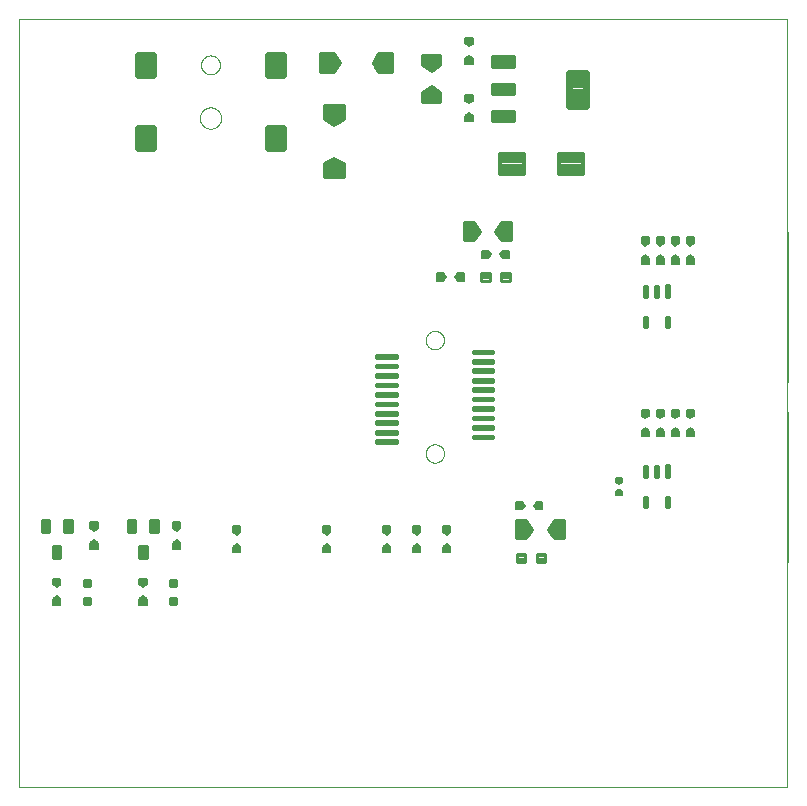
<source format=gtp>
G75*
%MOIN*%
%OFA0B0*%
%FSLAX25Y25*%
%IPPOS*%
%LPD*%
%AMOC8*
5,1,8,0,0,1.08239X$1,22.5*
%
%ADD10C,0.00000*%
%ADD11C,0.00886*%
%ADD12C,0.01200*%
%ADD13C,0.00500*%
%ADD14C,0.01063*%
%ADD15C,0.00974*%
%ADD16C,0.01451*%
%ADD17C,0.02182*%
%ADD18C,0.01296*%
%ADD19C,0.02418*%
%ADD20C,0.00850*%
D10*
X0027667Y0001800D02*
X0027667Y0257706D01*
X0283573Y0257706D01*
X0283573Y0001800D01*
X0027667Y0001800D01*
X0163160Y0112902D02*
X0163162Y0113012D01*
X0163168Y0113122D01*
X0163178Y0113232D01*
X0163192Y0113341D01*
X0163210Y0113450D01*
X0163231Y0113558D01*
X0163257Y0113665D01*
X0163286Y0113771D01*
X0163320Y0113876D01*
X0163357Y0113980D01*
X0163398Y0114082D01*
X0163442Y0114183D01*
X0163490Y0114282D01*
X0163542Y0114380D01*
X0163597Y0114475D01*
X0163655Y0114568D01*
X0163717Y0114659D01*
X0163782Y0114748D01*
X0163850Y0114835D01*
X0163922Y0114919D01*
X0163996Y0115000D01*
X0164073Y0115079D01*
X0164153Y0115155D01*
X0164236Y0115227D01*
X0164321Y0115297D01*
X0164409Y0115364D01*
X0164499Y0115427D01*
X0164591Y0115487D01*
X0164685Y0115544D01*
X0164782Y0115598D01*
X0164880Y0115647D01*
X0164980Y0115694D01*
X0165082Y0115736D01*
X0165185Y0115775D01*
X0165289Y0115810D01*
X0165395Y0115842D01*
X0165501Y0115869D01*
X0165609Y0115893D01*
X0165717Y0115913D01*
X0165826Y0115929D01*
X0165936Y0115941D01*
X0166046Y0115949D01*
X0166156Y0115953D01*
X0166266Y0115953D01*
X0166376Y0115949D01*
X0166486Y0115941D01*
X0166596Y0115929D01*
X0166705Y0115913D01*
X0166813Y0115893D01*
X0166921Y0115869D01*
X0167027Y0115842D01*
X0167133Y0115810D01*
X0167237Y0115775D01*
X0167340Y0115736D01*
X0167442Y0115694D01*
X0167542Y0115647D01*
X0167640Y0115598D01*
X0167736Y0115544D01*
X0167831Y0115487D01*
X0167923Y0115427D01*
X0168013Y0115364D01*
X0168101Y0115297D01*
X0168186Y0115227D01*
X0168269Y0115155D01*
X0168349Y0115079D01*
X0168426Y0115000D01*
X0168500Y0114919D01*
X0168572Y0114835D01*
X0168640Y0114748D01*
X0168705Y0114659D01*
X0168767Y0114568D01*
X0168825Y0114475D01*
X0168880Y0114380D01*
X0168932Y0114282D01*
X0168980Y0114183D01*
X0169024Y0114082D01*
X0169065Y0113980D01*
X0169102Y0113876D01*
X0169136Y0113771D01*
X0169165Y0113665D01*
X0169191Y0113558D01*
X0169212Y0113450D01*
X0169230Y0113341D01*
X0169244Y0113232D01*
X0169254Y0113122D01*
X0169260Y0113012D01*
X0169262Y0112902D01*
X0169260Y0112792D01*
X0169254Y0112682D01*
X0169244Y0112572D01*
X0169230Y0112463D01*
X0169212Y0112354D01*
X0169191Y0112246D01*
X0169165Y0112139D01*
X0169136Y0112033D01*
X0169102Y0111928D01*
X0169065Y0111824D01*
X0169024Y0111722D01*
X0168980Y0111621D01*
X0168932Y0111522D01*
X0168880Y0111424D01*
X0168825Y0111329D01*
X0168767Y0111236D01*
X0168705Y0111145D01*
X0168640Y0111056D01*
X0168572Y0110969D01*
X0168500Y0110885D01*
X0168426Y0110804D01*
X0168349Y0110725D01*
X0168269Y0110649D01*
X0168186Y0110577D01*
X0168101Y0110507D01*
X0168013Y0110440D01*
X0167923Y0110377D01*
X0167831Y0110317D01*
X0167737Y0110260D01*
X0167640Y0110206D01*
X0167542Y0110157D01*
X0167442Y0110110D01*
X0167340Y0110068D01*
X0167237Y0110029D01*
X0167133Y0109994D01*
X0167027Y0109962D01*
X0166921Y0109935D01*
X0166813Y0109911D01*
X0166705Y0109891D01*
X0166596Y0109875D01*
X0166486Y0109863D01*
X0166376Y0109855D01*
X0166266Y0109851D01*
X0166156Y0109851D01*
X0166046Y0109855D01*
X0165936Y0109863D01*
X0165826Y0109875D01*
X0165717Y0109891D01*
X0165609Y0109911D01*
X0165501Y0109935D01*
X0165395Y0109962D01*
X0165289Y0109994D01*
X0165185Y0110029D01*
X0165082Y0110068D01*
X0164980Y0110110D01*
X0164880Y0110157D01*
X0164782Y0110206D01*
X0164685Y0110260D01*
X0164591Y0110317D01*
X0164499Y0110377D01*
X0164409Y0110440D01*
X0164321Y0110507D01*
X0164236Y0110577D01*
X0164153Y0110649D01*
X0164073Y0110725D01*
X0163996Y0110804D01*
X0163922Y0110885D01*
X0163850Y0110969D01*
X0163782Y0111056D01*
X0163717Y0111145D01*
X0163655Y0111236D01*
X0163597Y0111329D01*
X0163542Y0111424D01*
X0163490Y0111522D01*
X0163442Y0111621D01*
X0163398Y0111722D01*
X0163357Y0111824D01*
X0163320Y0111928D01*
X0163286Y0112033D01*
X0163257Y0112139D01*
X0163231Y0112246D01*
X0163210Y0112354D01*
X0163192Y0112463D01*
X0163178Y0112572D01*
X0163168Y0112682D01*
X0163162Y0112792D01*
X0163160Y0112902D01*
X0163160Y0150698D02*
X0163162Y0150808D01*
X0163168Y0150918D01*
X0163178Y0151028D01*
X0163192Y0151137D01*
X0163210Y0151246D01*
X0163231Y0151354D01*
X0163257Y0151461D01*
X0163286Y0151567D01*
X0163320Y0151672D01*
X0163357Y0151776D01*
X0163398Y0151878D01*
X0163442Y0151979D01*
X0163490Y0152078D01*
X0163542Y0152176D01*
X0163597Y0152271D01*
X0163655Y0152364D01*
X0163717Y0152455D01*
X0163782Y0152544D01*
X0163850Y0152631D01*
X0163922Y0152715D01*
X0163996Y0152796D01*
X0164073Y0152875D01*
X0164153Y0152951D01*
X0164236Y0153023D01*
X0164321Y0153093D01*
X0164409Y0153160D01*
X0164499Y0153223D01*
X0164591Y0153283D01*
X0164685Y0153340D01*
X0164782Y0153394D01*
X0164880Y0153443D01*
X0164980Y0153490D01*
X0165082Y0153532D01*
X0165185Y0153571D01*
X0165289Y0153606D01*
X0165395Y0153638D01*
X0165501Y0153665D01*
X0165609Y0153689D01*
X0165717Y0153709D01*
X0165826Y0153725D01*
X0165936Y0153737D01*
X0166046Y0153745D01*
X0166156Y0153749D01*
X0166266Y0153749D01*
X0166376Y0153745D01*
X0166486Y0153737D01*
X0166596Y0153725D01*
X0166705Y0153709D01*
X0166813Y0153689D01*
X0166921Y0153665D01*
X0167027Y0153638D01*
X0167133Y0153606D01*
X0167237Y0153571D01*
X0167340Y0153532D01*
X0167442Y0153490D01*
X0167542Y0153443D01*
X0167640Y0153394D01*
X0167736Y0153340D01*
X0167831Y0153283D01*
X0167923Y0153223D01*
X0168013Y0153160D01*
X0168101Y0153093D01*
X0168186Y0153023D01*
X0168269Y0152951D01*
X0168349Y0152875D01*
X0168426Y0152796D01*
X0168500Y0152715D01*
X0168572Y0152631D01*
X0168640Y0152544D01*
X0168705Y0152455D01*
X0168767Y0152364D01*
X0168825Y0152271D01*
X0168880Y0152176D01*
X0168932Y0152078D01*
X0168980Y0151979D01*
X0169024Y0151878D01*
X0169065Y0151776D01*
X0169102Y0151672D01*
X0169136Y0151567D01*
X0169165Y0151461D01*
X0169191Y0151354D01*
X0169212Y0151246D01*
X0169230Y0151137D01*
X0169244Y0151028D01*
X0169254Y0150918D01*
X0169260Y0150808D01*
X0169262Y0150698D01*
X0169260Y0150588D01*
X0169254Y0150478D01*
X0169244Y0150368D01*
X0169230Y0150259D01*
X0169212Y0150150D01*
X0169191Y0150042D01*
X0169165Y0149935D01*
X0169136Y0149829D01*
X0169102Y0149724D01*
X0169065Y0149620D01*
X0169024Y0149518D01*
X0168980Y0149417D01*
X0168932Y0149318D01*
X0168880Y0149220D01*
X0168825Y0149125D01*
X0168767Y0149032D01*
X0168705Y0148941D01*
X0168640Y0148852D01*
X0168572Y0148765D01*
X0168500Y0148681D01*
X0168426Y0148600D01*
X0168349Y0148521D01*
X0168269Y0148445D01*
X0168186Y0148373D01*
X0168101Y0148303D01*
X0168013Y0148236D01*
X0167923Y0148173D01*
X0167831Y0148113D01*
X0167737Y0148056D01*
X0167640Y0148002D01*
X0167542Y0147953D01*
X0167442Y0147906D01*
X0167340Y0147864D01*
X0167237Y0147825D01*
X0167133Y0147790D01*
X0167027Y0147758D01*
X0166921Y0147731D01*
X0166813Y0147707D01*
X0166705Y0147687D01*
X0166596Y0147671D01*
X0166486Y0147659D01*
X0166376Y0147651D01*
X0166266Y0147647D01*
X0166156Y0147647D01*
X0166046Y0147651D01*
X0165936Y0147659D01*
X0165826Y0147671D01*
X0165717Y0147687D01*
X0165609Y0147707D01*
X0165501Y0147731D01*
X0165395Y0147758D01*
X0165289Y0147790D01*
X0165185Y0147825D01*
X0165082Y0147864D01*
X0164980Y0147906D01*
X0164880Y0147953D01*
X0164782Y0148002D01*
X0164685Y0148056D01*
X0164591Y0148113D01*
X0164499Y0148173D01*
X0164409Y0148236D01*
X0164321Y0148303D01*
X0164236Y0148373D01*
X0164153Y0148445D01*
X0164073Y0148521D01*
X0163996Y0148600D01*
X0163922Y0148681D01*
X0163850Y0148765D01*
X0163782Y0148852D01*
X0163717Y0148941D01*
X0163655Y0149032D01*
X0163597Y0149125D01*
X0163542Y0149220D01*
X0163490Y0149318D01*
X0163442Y0149417D01*
X0163398Y0149518D01*
X0163357Y0149620D01*
X0163320Y0149724D01*
X0163286Y0149829D01*
X0163257Y0149935D01*
X0163231Y0150042D01*
X0163210Y0150150D01*
X0163192Y0150259D01*
X0163178Y0150368D01*
X0163168Y0150478D01*
X0163162Y0150588D01*
X0163160Y0150698D01*
X0087874Y0224713D02*
X0087876Y0224831D01*
X0087882Y0224950D01*
X0087892Y0225068D01*
X0087906Y0225185D01*
X0087923Y0225302D01*
X0087945Y0225419D01*
X0087971Y0225534D01*
X0088000Y0225649D01*
X0088033Y0225763D01*
X0088070Y0225875D01*
X0088111Y0225986D01*
X0088155Y0226096D01*
X0088203Y0226204D01*
X0088255Y0226311D01*
X0088310Y0226416D01*
X0088369Y0226519D01*
X0088431Y0226619D01*
X0088496Y0226718D01*
X0088565Y0226815D01*
X0088636Y0226909D01*
X0088711Y0227000D01*
X0088789Y0227090D01*
X0088870Y0227176D01*
X0088954Y0227260D01*
X0089040Y0227341D01*
X0089130Y0227419D01*
X0089221Y0227494D01*
X0089315Y0227565D01*
X0089412Y0227634D01*
X0089511Y0227699D01*
X0089611Y0227761D01*
X0089714Y0227820D01*
X0089819Y0227875D01*
X0089926Y0227927D01*
X0090034Y0227975D01*
X0090144Y0228019D01*
X0090255Y0228060D01*
X0090367Y0228097D01*
X0090481Y0228130D01*
X0090596Y0228159D01*
X0090711Y0228185D01*
X0090828Y0228207D01*
X0090945Y0228224D01*
X0091062Y0228238D01*
X0091180Y0228248D01*
X0091299Y0228254D01*
X0091417Y0228256D01*
X0091535Y0228254D01*
X0091654Y0228248D01*
X0091772Y0228238D01*
X0091889Y0228224D01*
X0092006Y0228207D01*
X0092123Y0228185D01*
X0092238Y0228159D01*
X0092353Y0228130D01*
X0092467Y0228097D01*
X0092579Y0228060D01*
X0092690Y0228019D01*
X0092800Y0227975D01*
X0092908Y0227927D01*
X0093015Y0227875D01*
X0093120Y0227820D01*
X0093223Y0227761D01*
X0093323Y0227699D01*
X0093422Y0227634D01*
X0093519Y0227565D01*
X0093613Y0227494D01*
X0093704Y0227419D01*
X0093794Y0227341D01*
X0093880Y0227260D01*
X0093964Y0227176D01*
X0094045Y0227090D01*
X0094123Y0227000D01*
X0094198Y0226909D01*
X0094269Y0226815D01*
X0094338Y0226718D01*
X0094403Y0226619D01*
X0094465Y0226519D01*
X0094524Y0226416D01*
X0094579Y0226311D01*
X0094631Y0226204D01*
X0094679Y0226096D01*
X0094723Y0225986D01*
X0094764Y0225875D01*
X0094801Y0225763D01*
X0094834Y0225649D01*
X0094863Y0225534D01*
X0094889Y0225419D01*
X0094911Y0225302D01*
X0094928Y0225185D01*
X0094942Y0225068D01*
X0094952Y0224950D01*
X0094958Y0224831D01*
X0094960Y0224713D01*
X0094958Y0224595D01*
X0094952Y0224476D01*
X0094942Y0224358D01*
X0094928Y0224241D01*
X0094911Y0224124D01*
X0094889Y0224007D01*
X0094863Y0223892D01*
X0094834Y0223777D01*
X0094801Y0223663D01*
X0094764Y0223551D01*
X0094723Y0223440D01*
X0094679Y0223330D01*
X0094631Y0223222D01*
X0094579Y0223115D01*
X0094524Y0223010D01*
X0094465Y0222907D01*
X0094403Y0222807D01*
X0094338Y0222708D01*
X0094269Y0222611D01*
X0094198Y0222517D01*
X0094123Y0222426D01*
X0094045Y0222336D01*
X0093964Y0222250D01*
X0093880Y0222166D01*
X0093794Y0222085D01*
X0093704Y0222007D01*
X0093613Y0221932D01*
X0093519Y0221861D01*
X0093422Y0221792D01*
X0093323Y0221727D01*
X0093223Y0221665D01*
X0093120Y0221606D01*
X0093015Y0221551D01*
X0092908Y0221499D01*
X0092800Y0221451D01*
X0092690Y0221407D01*
X0092579Y0221366D01*
X0092467Y0221329D01*
X0092353Y0221296D01*
X0092238Y0221267D01*
X0092123Y0221241D01*
X0092006Y0221219D01*
X0091889Y0221202D01*
X0091772Y0221188D01*
X0091654Y0221178D01*
X0091535Y0221172D01*
X0091417Y0221170D01*
X0091299Y0221172D01*
X0091180Y0221178D01*
X0091062Y0221188D01*
X0090945Y0221202D01*
X0090828Y0221219D01*
X0090711Y0221241D01*
X0090596Y0221267D01*
X0090481Y0221296D01*
X0090367Y0221329D01*
X0090255Y0221366D01*
X0090144Y0221407D01*
X0090034Y0221451D01*
X0089926Y0221499D01*
X0089819Y0221551D01*
X0089714Y0221606D01*
X0089611Y0221665D01*
X0089511Y0221727D01*
X0089412Y0221792D01*
X0089315Y0221861D01*
X0089221Y0221932D01*
X0089130Y0222007D01*
X0089040Y0222085D01*
X0088954Y0222166D01*
X0088870Y0222250D01*
X0088789Y0222336D01*
X0088711Y0222426D01*
X0088636Y0222517D01*
X0088565Y0222611D01*
X0088496Y0222708D01*
X0088431Y0222807D01*
X0088369Y0222907D01*
X0088310Y0223010D01*
X0088255Y0223115D01*
X0088203Y0223222D01*
X0088155Y0223330D01*
X0088111Y0223440D01*
X0088070Y0223551D01*
X0088033Y0223663D01*
X0088000Y0223777D01*
X0087971Y0223892D01*
X0087945Y0224007D01*
X0087923Y0224124D01*
X0087906Y0224241D01*
X0087892Y0224358D01*
X0087882Y0224476D01*
X0087876Y0224595D01*
X0087874Y0224713D01*
X0088267Y0242430D02*
X0088269Y0242542D01*
X0088275Y0242653D01*
X0088285Y0242765D01*
X0088299Y0242876D01*
X0088316Y0242986D01*
X0088338Y0243096D01*
X0088364Y0243205D01*
X0088393Y0243313D01*
X0088426Y0243419D01*
X0088463Y0243525D01*
X0088504Y0243629D01*
X0088549Y0243732D01*
X0088597Y0243833D01*
X0088648Y0243932D01*
X0088703Y0244029D01*
X0088762Y0244124D01*
X0088823Y0244218D01*
X0088888Y0244309D01*
X0088957Y0244397D01*
X0089028Y0244483D01*
X0089102Y0244567D01*
X0089180Y0244647D01*
X0089260Y0244725D01*
X0089343Y0244801D01*
X0089428Y0244873D01*
X0089516Y0244942D01*
X0089606Y0245008D01*
X0089699Y0245070D01*
X0089794Y0245130D01*
X0089891Y0245186D01*
X0089989Y0245238D01*
X0090090Y0245287D01*
X0090192Y0245332D01*
X0090296Y0245374D01*
X0090401Y0245412D01*
X0090508Y0245446D01*
X0090615Y0245476D01*
X0090724Y0245503D01*
X0090833Y0245525D01*
X0090944Y0245544D01*
X0091054Y0245559D01*
X0091166Y0245570D01*
X0091277Y0245577D01*
X0091389Y0245580D01*
X0091501Y0245579D01*
X0091613Y0245574D01*
X0091724Y0245565D01*
X0091835Y0245552D01*
X0091946Y0245535D01*
X0092056Y0245515D01*
X0092165Y0245490D01*
X0092273Y0245462D01*
X0092380Y0245429D01*
X0092486Y0245393D01*
X0092590Y0245353D01*
X0092693Y0245310D01*
X0092795Y0245263D01*
X0092894Y0245212D01*
X0092992Y0245158D01*
X0093088Y0245100D01*
X0093182Y0245039D01*
X0093273Y0244975D01*
X0093362Y0244908D01*
X0093449Y0244837D01*
X0093533Y0244763D01*
X0093615Y0244687D01*
X0093693Y0244607D01*
X0093769Y0244525D01*
X0093842Y0244440D01*
X0093912Y0244353D01*
X0093978Y0244263D01*
X0094042Y0244171D01*
X0094102Y0244077D01*
X0094159Y0243981D01*
X0094212Y0243882D01*
X0094262Y0243782D01*
X0094308Y0243681D01*
X0094351Y0243577D01*
X0094390Y0243472D01*
X0094425Y0243366D01*
X0094456Y0243259D01*
X0094484Y0243150D01*
X0094507Y0243041D01*
X0094527Y0242931D01*
X0094543Y0242820D01*
X0094555Y0242709D01*
X0094563Y0242598D01*
X0094567Y0242486D01*
X0094567Y0242374D01*
X0094563Y0242262D01*
X0094555Y0242151D01*
X0094543Y0242040D01*
X0094527Y0241929D01*
X0094507Y0241819D01*
X0094484Y0241710D01*
X0094456Y0241601D01*
X0094425Y0241494D01*
X0094390Y0241388D01*
X0094351Y0241283D01*
X0094308Y0241179D01*
X0094262Y0241078D01*
X0094212Y0240978D01*
X0094159Y0240879D01*
X0094102Y0240783D01*
X0094042Y0240689D01*
X0093978Y0240597D01*
X0093912Y0240507D01*
X0093842Y0240420D01*
X0093769Y0240335D01*
X0093693Y0240253D01*
X0093615Y0240173D01*
X0093533Y0240097D01*
X0093449Y0240023D01*
X0093362Y0239952D01*
X0093273Y0239885D01*
X0093182Y0239821D01*
X0093088Y0239760D01*
X0092992Y0239702D01*
X0092894Y0239648D01*
X0092795Y0239597D01*
X0092693Y0239550D01*
X0092590Y0239507D01*
X0092486Y0239467D01*
X0092380Y0239431D01*
X0092273Y0239398D01*
X0092165Y0239370D01*
X0092056Y0239345D01*
X0091946Y0239325D01*
X0091835Y0239308D01*
X0091724Y0239295D01*
X0091613Y0239286D01*
X0091501Y0239281D01*
X0091389Y0239280D01*
X0091277Y0239283D01*
X0091166Y0239290D01*
X0091054Y0239301D01*
X0090944Y0239316D01*
X0090833Y0239335D01*
X0090724Y0239357D01*
X0090615Y0239384D01*
X0090508Y0239414D01*
X0090401Y0239448D01*
X0090296Y0239486D01*
X0090192Y0239528D01*
X0090090Y0239573D01*
X0089989Y0239622D01*
X0089891Y0239674D01*
X0089794Y0239730D01*
X0089699Y0239790D01*
X0089606Y0239852D01*
X0089516Y0239918D01*
X0089428Y0239987D01*
X0089343Y0240059D01*
X0089260Y0240135D01*
X0089180Y0240213D01*
X0089102Y0240293D01*
X0089028Y0240377D01*
X0088957Y0240463D01*
X0088888Y0240551D01*
X0088823Y0240642D01*
X0088762Y0240736D01*
X0088703Y0240831D01*
X0088648Y0240928D01*
X0088597Y0241027D01*
X0088549Y0241128D01*
X0088504Y0241231D01*
X0088463Y0241335D01*
X0088426Y0241441D01*
X0088393Y0241547D01*
X0088364Y0241655D01*
X0088338Y0241764D01*
X0088316Y0241874D01*
X0088299Y0241984D01*
X0088285Y0242095D01*
X0088275Y0242207D01*
X0088269Y0242318D01*
X0088267Y0242430D01*
X0283917Y0186800D02*
X0283917Y0136800D01*
X0283917Y0126800D02*
X0283917Y0076800D01*
D11*
X0185747Y0117971D02*
X0178957Y0117971D01*
X0178957Y0118857D01*
X0185747Y0118857D01*
X0185747Y0117971D01*
X0185747Y0118856D02*
X0178957Y0118856D01*
X0178957Y0121121D02*
X0185747Y0121121D01*
X0178957Y0121121D02*
X0178957Y0122007D01*
X0185747Y0122007D01*
X0185747Y0121121D01*
X0185747Y0122006D02*
X0178957Y0122006D01*
X0178957Y0124270D02*
X0185747Y0124270D01*
X0178957Y0124270D02*
X0178957Y0125156D01*
X0185747Y0125156D01*
X0185747Y0124270D01*
X0185747Y0125155D02*
X0178957Y0125155D01*
X0178957Y0127420D02*
X0185747Y0127420D01*
X0178957Y0127420D02*
X0178957Y0128306D01*
X0185747Y0128306D01*
X0185747Y0127420D01*
X0185747Y0128305D02*
X0178957Y0128305D01*
X0178957Y0130570D02*
X0185747Y0130570D01*
X0178957Y0130570D02*
X0178957Y0131456D01*
X0185747Y0131456D01*
X0185747Y0130570D01*
X0185747Y0131455D02*
X0178957Y0131455D01*
X0178957Y0133719D02*
X0185747Y0133719D01*
X0178957Y0133719D02*
X0178957Y0134605D01*
X0185747Y0134605D01*
X0185747Y0133719D01*
X0185747Y0134604D02*
X0178957Y0134604D01*
X0178957Y0136869D02*
X0185747Y0136869D01*
X0178957Y0136869D02*
X0178957Y0137755D01*
X0185747Y0137755D01*
X0185747Y0136869D01*
X0185747Y0137754D02*
X0178957Y0137754D01*
X0178957Y0140018D02*
X0185747Y0140018D01*
X0178957Y0140018D02*
X0178957Y0140904D01*
X0185747Y0140904D01*
X0185747Y0140018D01*
X0185747Y0140903D02*
X0178957Y0140903D01*
X0178957Y0143168D02*
X0185747Y0143168D01*
X0178957Y0143168D02*
X0178957Y0144054D01*
X0185747Y0144054D01*
X0185747Y0143168D01*
X0185747Y0144053D02*
X0178957Y0144053D01*
X0178957Y0146318D02*
X0185747Y0146318D01*
X0178957Y0146318D02*
X0178957Y0147204D01*
X0185747Y0147204D01*
X0185747Y0146318D01*
X0185747Y0147203D02*
X0178957Y0147203D01*
X0153464Y0144743D02*
X0146674Y0144743D01*
X0146674Y0145629D01*
X0153464Y0145629D01*
X0153464Y0144743D01*
X0153464Y0145628D02*
X0146674Y0145628D01*
X0146674Y0141593D02*
X0153464Y0141593D01*
X0146674Y0141593D02*
X0146674Y0142479D01*
X0153464Y0142479D01*
X0153464Y0141593D01*
X0153464Y0142478D02*
X0146674Y0142478D01*
X0146674Y0138444D02*
X0153464Y0138444D01*
X0146674Y0138444D02*
X0146674Y0139330D01*
X0153464Y0139330D01*
X0153464Y0138444D01*
X0153464Y0139329D02*
X0146674Y0139329D01*
X0146674Y0135294D02*
X0153464Y0135294D01*
X0146674Y0135294D02*
X0146674Y0136180D01*
X0153464Y0136180D01*
X0153464Y0135294D01*
X0153464Y0136179D02*
X0146674Y0136179D01*
X0146674Y0132144D02*
X0153464Y0132144D01*
X0146674Y0132144D02*
X0146674Y0133030D01*
X0153464Y0133030D01*
X0153464Y0132144D01*
X0153464Y0133029D02*
X0146674Y0133029D01*
X0146674Y0128995D02*
X0153464Y0128995D01*
X0146674Y0128995D02*
X0146674Y0129881D01*
X0153464Y0129881D01*
X0153464Y0128995D01*
X0153464Y0129880D02*
X0146674Y0129880D01*
X0146674Y0125845D02*
X0153464Y0125845D01*
X0146674Y0125845D02*
X0146674Y0126731D01*
X0153464Y0126731D01*
X0153464Y0125845D01*
X0153464Y0126730D02*
X0146674Y0126730D01*
X0146674Y0122696D02*
X0153464Y0122696D01*
X0146674Y0122696D02*
X0146674Y0123582D01*
X0153464Y0123582D01*
X0153464Y0122696D01*
X0153464Y0123581D02*
X0146674Y0123581D01*
X0146674Y0119546D02*
X0153464Y0119546D01*
X0146674Y0119546D02*
X0146674Y0120432D01*
X0153464Y0120432D01*
X0153464Y0119546D01*
X0153464Y0120431D02*
X0146674Y0120431D01*
X0146674Y0116396D02*
X0153464Y0116396D01*
X0146674Y0116396D02*
X0146674Y0117282D01*
X0153464Y0117282D01*
X0153464Y0116396D01*
X0153464Y0117281D02*
X0146674Y0117281D01*
D12*
X0193605Y0090237D02*
X0193605Y0084613D01*
X0196730Y0084613D01*
X0198605Y0087425D01*
X0196730Y0090237D01*
X0193605Y0090237D01*
X0193605Y0089291D02*
X0197361Y0089291D01*
X0198160Y0088093D02*
X0193605Y0088093D01*
X0193605Y0086894D02*
X0198251Y0086894D01*
X0197452Y0085696D02*
X0193605Y0085696D01*
X0204230Y0087425D02*
X0206105Y0084613D01*
X0209230Y0084613D01*
X0209230Y0090237D01*
X0206105Y0090237D01*
X0204230Y0087425D01*
X0204584Y0086894D02*
X0209230Y0086894D01*
X0209230Y0085696D02*
X0205383Y0085696D01*
X0204675Y0088093D02*
X0209230Y0088093D01*
X0209230Y0089291D02*
X0205474Y0089291D01*
X0191730Y0183987D02*
X0188605Y0183987D01*
X0186730Y0186800D01*
X0188605Y0189612D01*
X0191730Y0189612D01*
X0191730Y0183987D01*
X0191730Y0185172D02*
X0187815Y0185172D01*
X0187016Y0186371D02*
X0191730Y0186371D01*
X0191730Y0187569D02*
X0187243Y0187569D01*
X0188042Y0188768D02*
X0191730Y0188768D01*
X0181105Y0186800D02*
X0179230Y0183987D01*
X0176105Y0183987D01*
X0176105Y0189612D01*
X0179230Y0189612D01*
X0181105Y0186800D01*
X0180819Y0186371D02*
X0176105Y0186371D01*
X0176105Y0187569D02*
X0180592Y0187569D01*
X0179793Y0188768D02*
X0176105Y0188768D01*
X0176105Y0185172D02*
X0180020Y0185172D01*
X0135792Y0204925D02*
X0129542Y0204925D01*
X0129542Y0209300D01*
X0132667Y0211175D01*
X0135792Y0209300D01*
X0135792Y0204925D01*
X0135792Y0205547D02*
X0129542Y0205547D01*
X0129542Y0206745D02*
X0135792Y0206745D01*
X0135792Y0207944D02*
X0129542Y0207944D01*
X0129542Y0209142D02*
X0135792Y0209142D01*
X0134057Y0210341D02*
X0131277Y0210341D01*
X0132667Y0222425D02*
X0135792Y0224300D01*
X0135792Y0228675D01*
X0129542Y0228675D01*
X0129542Y0224300D01*
X0132667Y0222425D01*
X0130835Y0223525D02*
X0134500Y0223525D01*
X0135792Y0224723D02*
X0129542Y0224723D01*
X0129542Y0225922D02*
X0135792Y0225922D01*
X0135792Y0227120D02*
X0129542Y0227120D01*
X0129542Y0228319D02*
X0135792Y0228319D01*
X0132667Y0239925D02*
X0128292Y0239925D01*
X0128292Y0246175D01*
X0132667Y0246175D01*
X0134542Y0243050D01*
X0132667Y0239925D01*
X0132895Y0240304D02*
X0128292Y0240304D01*
X0128292Y0241502D02*
X0133614Y0241502D01*
X0134333Y0242701D02*
X0128292Y0242701D01*
X0128292Y0243899D02*
X0134033Y0243899D01*
X0133314Y0245098D02*
X0128292Y0245098D01*
X0145792Y0243050D02*
X0147667Y0239925D01*
X0152042Y0239925D01*
X0152042Y0246175D01*
X0147667Y0246175D01*
X0145792Y0243050D01*
X0146002Y0242701D02*
X0152042Y0242701D01*
X0152042Y0243899D02*
X0146302Y0243899D01*
X0147021Y0245098D02*
X0152042Y0245098D01*
X0152042Y0241502D02*
X0146721Y0241502D01*
X0147440Y0240304D02*
X0152042Y0240304D01*
X0162355Y0242423D02*
X0162355Y0245548D01*
X0167980Y0245548D01*
X0167980Y0242423D01*
X0165167Y0240548D01*
X0162355Y0242423D01*
X0162355Y0242701D02*
X0167980Y0242701D01*
X0167980Y0243899D02*
X0162355Y0243899D01*
X0162355Y0245098D02*
X0167980Y0245098D01*
X0166599Y0241502D02*
X0163735Y0241502D01*
X0165167Y0234923D02*
X0167980Y0233048D01*
X0167980Y0229923D01*
X0162355Y0229923D01*
X0162355Y0233048D01*
X0165167Y0234923D01*
X0164250Y0234311D02*
X0166084Y0234311D01*
X0167882Y0233113D02*
X0162453Y0233113D01*
X0162355Y0231914D02*
X0167980Y0231914D01*
X0167980Y0230716D02*
X0162355Y0230716D01*
D13*
X0176417Y0230617D02*
X0178917Y0230617D01*
X0178917Y0230550D02*
X0177667Y0229612D01*
X0176417Y0230550D01*
X0176417Y0232425D01*
X0178917Y0232425D01*
X0178917Y0230550D01*
X0178917Y0231115D02*
X0176417Y0231115D01*
X0176417Y0231614D02*
X0178917Y0231614D01*
X0178917Y0232112D02*
X0176417Y0232112D01*
X0176993Y0230118D02*
X0178342Y0230118D01*
X0177677Y0229620D02*
X0177658Y0229620D01*
X0177667Y0226487D02*
X0176417Y0225550D01*
X0176417Y0223675D01*
X0178917Y0223675D01*
X0178917Y0225550D01*
X0177667Y0226487D01*
X0177191Y0226130D02*
X0178144Y0226130D01*
X0178809Y0225632D02*
X0176526Y0225632D01*
X0176417Y0225133D02*
X0178917Y0225133D01*
X0178917Y0224635D02*
X0176417Y0224635D01*
X0176417Y0224136D02*
X0178917Y0224136D01*
X0178917Y0242740D02*
X0176417Y0242740D01*
X0176417Y0244615D01*
X0177667Y0245552D01*
X0178917Y0244615D01*
X0178917Y0242740D01*
X0178917Y0243079D02*
X0176417Y0243079D01*
X0176417Y0243578D02*
X0178917Y0243578D01*
X0178917Y0244077D02*
X0176417Y0244077D01*
X0176417Y0244575D02*
X0178917Y0244575D01*
X0178306Y0245074D02*
X0177029Y0245074D01*
X0177667Y0248677D02*
X0176417Y0249615D01*
X0176417Y0251490D01*
X0178917Y0251490D01*
X0178917Y0249615D01*
X0177667Y0248677D01*
X0177155Y0249062D02*
X0178180Y0249062D01*
X0178844Y0249560D02*
X0176490Y0249560D01*
X0176417Y0250059D02*
X0178917Y0250059D01*
X0178917Y0250557D02*
X0176417Y0250557D01*
X0176417Y0251056D02*
X0178917Y0251056D01*
X0235167Y0184925D02*
X0237667Y0184925D01*
X0237667Y0183050D01*
X0236417Y0182112D01*
X0235167Y0183050D01*
X0235167Y0184925D01*
X0235167Y0184754D02*
X0237667Y0184754D01*
X0237667Y0184255D02*
X0235167Y0184255D01*
X0235167Y0183757D02*
X0237667Y0183757D01*
X0237667Y0183258D02*
X0235167Y0183258D01*
X0235555Y0182760D02*
X0237280Y0182760D01*
X0236615Y0182261D02*
X0236219Y0182261D01*
X0240167Y0183050D02*
X0240167Y0184925D01*
X0242667Y0184925D01*
X0242667Y0183050D01*
X0241417Y0182112D01*
X0240167Y0183050D01*
X0240167Y0183258D02*
X0242667Y0183258D01*
X0242667Y0183757D02*
X0240167Y0183757D01*
X0240167Y0184255D02*
X0242667Y0184255D01*
X0242667Y0184754D02*
X0240167Y0184754D01*
X0240555Y0182760D02*
X0242280Y0182760D01*
X0241615Y0182261D02*
X0241219Y0182261D01*
X0241417Y0178987D02*
X0242667Y0178050D01*
X0242667Y0176175D01*
X0240167Y0176175D01*
X0240167Y0178050D01*
X0241417Y0178987D01*
X0241129Y0178772D02*
X0241705Y0178772D01*
X0242370Y0178273D02*
X0240465Y0178273D01*
X0240167Y0177774D02*
X0242667Y0177774D01*
X0242667Y0177276D02*
X0240167Y0177276D01*
X0240167Y0176777D02*
X0242667Y0176777D01*
X0242667Y0176279D02*
X0240167Y0176279D01*
X0237667Y0176279D02*
X0235167Y0176279D01*
X0235167Y0176175D02*
X0237667Y0176175D01*
X0237667Y0178050D01*
X0236417Y0178987D01*
X0235167Y0178050D01*
X0235167Y0176175D01*
X0235167Y0176777D02*
X0237667Y0176777D01*
X0237667Y0177276D02*
X0235167Y0177276D01*
X0235167Y0177774D02*
X0237667Y0177774D01*
X0237370Y0178273D02*
X0235465Y0178273D01*
X0236129Y0178772D02*
X0236705Y0178772D01*
X0245167Y0178050D02*
X0245167Y0176175D01*
X0247667Y0176175D01*
X0247667Y0178050D01*
X0246417Y0178987D01*
X0245167Y0178050D01*
X0245167Y0177774D02*
X0247667Y0177774D01*
X0247667Y0177276D02*
X0245167Y0177276D01*
X0245167Y0176777D02*
X0247667Y0176777D01*
X0247667Y0176279D02*
X0245167Y0176279D01*
X0245465Y0178273D02*
X0247370Y0178273D01*
X0246705Y0178772D02*
X0246129Y0178772D01*
X0250167Y0178050D02*
X0250167Y0176175D01*
X0252667Y0176175D01*
X0252667Y0178050D01*
X0251417Y0178987D01*
X0250167Y0178050D01*
X0250167Y0177774D02*
X0252667Y0177774D01*
X0252667Y0177276D02*
X0250167Y0177276D01*
X0250167Y0176777D02*
X0252667Y0176777D01*
X0252667Y0176279D02*
X0250167Y0176279D01*
X0250465Y0178273D02*
X0252370Y0178273D01*
X0251705Y0178772D02*
X0251129Y0178772D01*
X0251417Y0182112D02*
X0250167Y0183050D01*
X0250167Y0184925D01*
X0252667Y0184925D01*
X0252667Y0183050D01*
X0251417Y0182112D01*
X0251219Y0182261D02*
X0251615Y0182261D01*
X0252280Y0182760D02*
X0250555Y0182760D01*
X0250167Y0183258D02*
X0252667Y0183258D01*
X0252667Y0183757D02*
X0250167Y0183757D01*
X0250167Y0184255D02*
X0252667Y0184255D01*
X0252667Y0184754D02*
X0250167Y0184754D01*
X0247667Y0184754D02*
X0245167Y0184754D01*
X0245167Y0184925D02*
X0247667Y0184925D01*
X0247667Y0183050D01*
X0246417Y0182112D01*
X0245167Y0183050D01*
X0245167Y0184925D01*
X0245167Y0184255D02*
X0247667Y0184255D01*
X0247667Y0183757D02*
X0245167Y0183757D01*
X0245167Y0183258D02*
X0247667Y0183258D01*
X0247280Y0182760D02*
X0245555Y0182760D01*
X0246219Y0182261D02*
X0246615Y0182261D01*
X0190792Y0180550D02*
X0190792Y0178050D01*
X0188917Y0178050D01*
X0187980Y0179300D01*
X0188917Y0180550D01*
X0190792Y0180550D01*
X0190792Y0180267D02*
X0188705Y0180267D01*
X0188331Y0179769D02*
X0190792Y0179769D01*
X0190792Y0179270D02*
X0188002Y0179270D01*
X0188376Y0178772D02*
X0190792Y0178772D01*
X0190792Y0178273D02*
X0188750Y0178273D01*
X0184855Y0179300D02*
X0183917Y0178050D01*
X0182042Y0178050D01*
X0182042Y0180550D01*
X0183917Y0180550D01*
X0184855Y0179300D01*
X0184832Y0179270D02*
X0182042Y0179270D01*
X0182042Y0178772D02*
X0184458Y0178772D01*
X0184085Y0178273D02*
X0182042Y0178273D01*
X0182042Y0179769D02*
X0184503Y0179769D01*
X0184130Y0180267D02*
X0182042Y0180267D01*
X0175792Y0173050D02*
X0173917Y0173050D01*
X0172980Y0171800D01*
X0173917Y0170550D01*
X0175792Y0170550D01*
X0175792Y0173050D01*
X0175792Y0172789D02*
X0173722Y0172789D01*
X0173348Y0172291D02*
X0175792Y0172291D01*
X0175792Y0171792D02*
X0172986Y0171792D01*
X0173359Y0171294D02*
X0175792Y0171294D01*
X0175792Y0170795D02*
X0173733Y0170795D01*
X0169855Y0171800D02*
X0168917Y0170550D01*
X0167042Y0170550D01*
X0167042Y0173050D01*
X0168917Y0173050D01*
X0169855Y0171800D01*
X0169849Y0171792D02*
X0167042Y0171792D01*
X0167042Y0171294D02*
X0169475Y0171294D01*
X0169101Y0170795D02*
X0167042Y0170795D01*
X0167042Y0172291D02*
X0169487Y0172291D01*
X0169113Y0172789D02*
X0167042Y0172789D01*
X0235167Y0127425D02*
X0237667Y0127425D01*
X0237667Y0125550D01*
X0236417Y0124612D01*
X0235167Y0125550D01*
X0235167Y0127425D01*
X0237667Y0127425D01*
X0237667Y0126926D02*
X0235167Y0126926D01*
X0235167Y0126428D02*
X0237667Y0126428D01*
X0237667Y0125929D02*
X0235167Y0125929D01*
X0235326Y0125431D02*
X0237508Y0125431D01*
X0236844Y0124932D02*
X0235991Y0124932D01*
X0240167Y0125550D02*
X0241417Y0124612D01*
X0242667Y0125550D01*
X0242667Y0127425D01*
X0240167Y0127425D01*
X0240167Y0125550D01*
X0240326Y0125431D02*
X0242508Y0125431D01*
X0242667Y0125929D02*
X0240167Y0125929D01*
X0240167Y0126428D02*
X0242667Y0126428D01*
X0242667Y0126926D02*
X0240167Y0126926D01*
X0240167Y0127425D02*
X0242667Y0127425D01*
X0245167Y0127425D02*
X0247667Y0127425D01*
X0247667Y0125550D01*
X0246417Y0124612D01*
X0245167Y0125550D01*
X0245167Y0127425D01*
X0247667Y0127425D01*
X0247667Y0126926D02*
X0245167Y0126926D01*
X0245167Y0126428D02*
X0247667Y0126428D01*
X0247667Y0125929D02*
X0245167Y0125929D01*
X0245326Y0125431D02*
X0247508Y0125431D01*
X0246844Y0124932D02*
X0245991Y0124932D01*
X0241844Y0124932D02*
X0240991Y0124932D01*
X0241417Y0121487D02*
X0242667Y0120550D01*
X0242667Y0118675D01*
X0240167Y0118675D01*
X0240167Y0120550D01*
X0241417Y0121487D01*
X0241358Y0121443D02*
X0241477Y0121443D01*
X0242142Y0120944D02*
X0240693Y0120944D01*
X0240167Y0120446D02*
X0242667Y0120446D01*
X0242667Y0119947D02*
X0240167Y0119947D01*
X0240167Y0119449D02*
X0242667Y0119449D01*
X0242667Y0118950D02*
X0240167Y0118950D01*
X0237667Y0118950D02*
X0235167Y0118950D01*
X0235167Y0118675D02*
X0237667Y0118675D01*
X0237667Y0120550D01*
X0236417Y0121487D01*
X0235167Y0120550D01*
X0235167Y0118675D01*
X0235167Y0119449D02*
X0237667Y0119449D01*
X0237667Y0119947D02*
X0235167Y0119947D01*
X0235167Y0120446D02*
X0237667Y0120446D01*
X0237142Y0120944D02*
X0235693Y0120944D01*
X0236358Y0121443D02*
X0236477Y0121443D01*
X0245167Y0120550D02*
X0245167Y0118675D01*
X0247667Y0118675D01*
X0247667Y0120550D01*
X0246417Y0121487D01*
X0245167Y0120550D01*
X0245167Y0120446D02*
X0247667Y0120446D01*
X0247667Y0119947D02*
X0245167Y0119947D01*
X0245167Y0119449D02*
X0247667Y0119449D01*
X0247667Y0118950D02*
X0245167Y0118950D01*
X0245693Y0120944D02*
X0247142Y0120944D01*
X0246477Y0121443D02*
X0246358Y0121443D01*
X0250167Y0120550D02*
X0250167Y0118675D01*
X0252667Y0118675D01*
X0252667Y0120550D01*
X0251417Y0121487D01*
X0250167Y0120550D01*
X0250167Y0120446D02*
X0252667Y0120446D01*
X0252667Y0119947D02*
X0250167Y0119947D01*
X0250167Y0119449D02*
X0252667Y0119449D01*
X0252667Y0118950D02*
X0250167Y0118950D01*
X0250693Y0120944D02*
X0252142Y0120944D01*
X0251477Y0121443D02*
X0251358Y0121443D01*
X0251417Y0124612D02*
X0250167Y0125550D01*
X0250167Y0127425D01*
X0252667Y0127425D01*
X0252667Y0125550D01*
X0251417Y0124612D01*
X0250991Y0124932D02*
X0251844Y0124932D01*
X0252508Y0125431D02*
X0250326Y0125431D01*
X0250167Y0125929D02*
X0252667Y0125929D01*
X0252667Y0126428D02*
X0250167Y0126428D01*
X0250167Y0126926D02*
X0252667Y0126926D01*
X0252667Y0127425D02*
X0250167Y0127425D01*
X0228605Y0104612D02*
X0226730Y0104612D01*
X0226730Y0103362D01*
X0227667Y0102737D01*
X0228605Y0103362D01*
X0228605Y0104612D01*
X0228605Y0104493D02*
X0226730Y0104493D01*
X0226730Y0103995D02*
X0228605Y0103995D01*
X0228605Y0103496D02*
X0226730Y0103496D01*
X0227277Y0102998D02*
X0228058Y0102998D01*
X0227667Y0100862D02*
X0226730Y0100237D01*
X0226730Y0098987D01*
X0228605Y0098987D01*
X0228605Y0100237D01*
X0227667Y0100862D01*
X0227131Y0100505D02*
X0228203Y0100505D01*
X0228605Y0100007D02*
X0226730Y0100007D01*
X0226730Y0099508D02*
X0228605Y0099508D01*
X0228605Y0099010D02*
X0226730Y0099010D01*
X0202042Y0096800D02*
X0202042Y0094300D01*
X0200167Y0094300D01*
X0199230Y0095550D01*
X0200167Y0096800D01*
X0202042Y0096800D01*
X0202042Y0096517D02*
X0199955Y0096517D01*
X0199581Y0096019D02*
X0202042Y0096019D01*
X0202042Y0095520D02*
X0199252Y0095520D01*
X0199626Y0095022D02*
X0202042Y0095022D01*
X0202042Y0094523D02*
X0200000Y0094523D01*
X0196105Y0095550D02*
X0195167Y0094300D01*
X0193292Y0094300D01*
X0193292Y0096800D01*
X0195167Y0096800D01*
X0196105Y0095550D01*
X0196082Y0095520D02*
X0193292Y0095520D01*
X0193292Y0095022D02*
X0195709Y0095022D01*
X0195335Y0094523D02*
X0193292Y0094523D01*
X0193292Y0096019D02*
X0195753Y0096019D01*
X0195379Y0096517D02*
X0193292Y0096517D01*
X0171417Y0088675D02*
X0171417Y0086800D01*
X0170167Y0085863D01*
X0168917Y0086800D01*
X0168917Y0088675D01*
X0171417Y0088675D01*
X0171417Y0088541D02*
X0168917Y0088541D01*
X0168917Y0088042D02*
X0171417Y0088042D01*
X0171417Y0087544D02*
X0168917Y0087544D01*
X0168917Y0087045D02*
X0171417Y0087045D01*
X0171080Y0086547D02*
X0169255Y0086547D01*
X0169919Y0086048D02*
X0170415Y0086048D01*
X0170167Y0082738D02*
X0171417Y0081800D01*
X0171417Y0079925D01*
X0168917Y0079925D01*
X0168917Y0081800D01*
X0170167Y0082738D01*
X0169929Y0082559D02*
X0170406Y0082559D01*
X0171070Y0082060D02*
X0169264Y0082060D01*
X0168917Y0081562D02*
X0171417Y0081562D01*
X0171417Y0081063D02*
X0168917Y0081063D01*
X0168917Y0080565D02*
X0171417Y0080565D01*
X0171417Y0080066D02*
X0168917Y0080066D01*
X0161417Y0080066D02*
X0158917Y0080066D01*
X0158917Y0079925D02*
X0161417Y0079925D01*
X0161417Y0081800D01*
X0160167Y0082738D01*
X0158917Y0081800D01*
X0158917Y0079925D01*
X0158917Y0080565D02*
X0161417Y0080565D01*
X0161417Y0081063D02*
X0158917Y0081063D01*
X0158917Y0081562D02*
X0161417Y0081562D01*
X0161070Y0082060D02*
X0159264Y0082060D01*
X0159929Y0082559D02*
X0160406Y0082559D01*
X0160167Y0085863D02*
X0158917Y0086800D01*
X0158917Y0088675D01*
X0161417Y0088675D01*
X0161417Y0086800D01*
X0160167Y0085863D01*
X0159919Y0086048D02*
X0160415Y0086048D01*
X0161080Y0086547D02*
X0159255Y0086547D01*
X0158917Y0087045D02*
X0161417Y0087045D01*
X0161417Y0087544D02*
X0158917Y0087544D01*
X0158917Y0088042D02*
X0161417Y0088042D01*
X0161417Y0088541D02*
X0158917Y0088541D01*
X0151417Y0088541D02*
X0148917Y0088541D01*
X0148917Y0088675D02*
X0151417Y0088675D01*
X0151417Y0086800D01*
X0150167Y0085863D01*
X0148917Y0086800D01*
X0148917Y0088675D01*
X0148917Y0088042D02*
X0151417Y0088042D01*
X0151417Y0087544D02*
X0148917Y0087544D01*
X0148917Y0087045D02*
X0151417Y0087045D01*
X0151080Y0086547D02*
X0149255Y0086547D01*
X0149919Y0086048D02*
X0150415Y0086048D01*
X0150167Y0082738D02*
X0151417Y0081800D01*
X0151417Y0079925D01*
X0148917Y0079925D01*
X0148917Y0081800D01*
X0150167Y0082738D01*
X0149929Y0082559D02*
X0150406Y0082559D01*
X0151070Y0082060D02*
X0149264Y0082060D01*
X0148917Y0081562D02*
X0151417Y0081562D01*
X0151417Y0081063D02*
X0148917Y0081063D01*
X0148917Y0080565D02*
X0151417Y0080565D01*
X0151417Y0080066D02*
X0148917Y0080066D01*
X0131417Y0080066D02*
X0128917Y0080066D01*
X0128917Y0079925D02*
X0131417Y0079925D01*
X0131417Y0081800D01*
X0130167Y0082738D01*
X0128917Y0081800D01*
X0128917Y0079925D01*
X0128917Y0080565D02*
X0131417Y0080565D01*
X0131417Y0081063D02*
X0128917Y0081063D01*
X0128917Y0081562D02*
X0131417Y0081562D01*
X0131070Y0082060D02*
X0129264Y0082060D01*
X0129929Y0082559D02*
X0130406Y0082559D01*
X0130167Y0085863D02*
X0128917Y0086800D01*
X0128917Y0088675D01*
X0131417Y0088675D01*
X0131417Y0086800D01*
X0130167Y0085863D01*
X0129919Y0086048D02*
X0130415Y0086048D01*
X0131080Y0086547D02*
X0129255Y0086547D01*
X0128917Y0087045D02*
X0131417Y0087045D01*
X0131417Y0087544D02*
X0128917Y0087544D01*
X0128917Y0088042D02*
X0131417Y0088042D01*
X0131417Y0088541D02*
X0128917Y0088541D01*
X0101417Y0088541D02*
X0098917Y0088541D01*
X0098917Y0088675D02*
X0101417Y0088675D01*
X0101417Y0086800D01*
X0100167Y0085863D01*
X0098917Y0086800D01*
X0098917Y0088675D01*
X0098917Y0088042D02*
X0101417Y0088042D01*
X0101417Y0087544D02*
X0098917Y0087544D01*
X0098917Y0087045D02*
X0101417Y0087045D01*
X0101080Y0086547D02*
X0099255Y0086547D01*
X0099919Y0086048D02*
X0100415Y0086048D01*
X0100167Y0082738D02*
X0098917Y0081800D01*
X0098917Y0079925D01*
X0101417Y0079925D01*
X0101417Y0081800D01*
X0100167Y0082738D01*
X0099929Y0082559D02*
X0100406Y0082559D01*
X0101070Y0082060D02*
X0099264Y0082060D01*
X0098917Y0081562D02*
X0101417Y0081562D01*
X0101417Y0081063D02*
X0098917Y0081063D01*
X0098917Y0080565D02*
X0101417Y0080565D01*
X0101417Y0080066D02*
X0098917Y0080066D01*
X0081417Y0081175D02*
X0078917Y0081175D01*
X0078917Y0083050D01*
X0080167Y0083988D01*
X0081417Y0083050D01*
X0081417Y0081175D01*
X0081417Y0081562D02*
X0078917Y0081562D01*
X0078917Y0082060D02*
X0081417Y0082060D01*
X0081417Y0082559D02*
X0078917Y0082559D01*
X0078927Y0083057D02*
X0081408Y0083057D01*
X0080743Y0083556D02*
X0079592Y0083556D01*
X0080167Y0087112D02*
X0078917Y0088050D01*
X0078917Y0089925D01*
X0081417Y0089925D01*
X0081417Y0088050D01*
X0080167Y0087112D01*
X0079592Y0087544D02*
X0080743Y0087544D01*
X0081407Y0088042D02*
X0078927Y0088042D01*
X0078917Y0088541D02*
X0081417Y0088541D01*
X0081417Y0089039D02*
X0078917Y0089039D01*
X0078917Y0089538D02*
X0081417Y0089538D01*
X0070167Y0071175D02*
X0067667Y0071175D01*
X0067667Y0069300D01*
X0068917Y0068363D01*
X0070167Y0069300D01*
X0070167Y0071175D01*
X0070167Y0071093D02*
X0067667Y0071093D01*
X0067667Y0070595D02*
X0070167Y0070595D01*
X0070167Y0070096D02*
X0067667Y0070096D01*
X0067667Y0069598D02*
X0070167Y0069598D01*
X0069899Y0069099D02*
X0067935Y0069099D01*
X0068600Y0068601D02*
X0069235Y0068601D01*
X0068917Y0065237D02*
X0070167Y0064300D01*
X0070167Y0062425D01*
X0067667Y0062425D01*
X0067667Y0064300D01*
X0068917Y0065237D01*
X0068749Y0065111D02*
X0069086Y0065111D01*
X0069751Y0064612D02*
X0068084Y0064612D01*
X0067667Y0064114D02*
X0070167Y0064114D01*
X0070167Y0063615D02*
X0067667Y0063615D01*
X0067667Y0063117D02*
X0070167Y0063117D01*
X0070167Y0062618D02*
X0067667Y0062618D01*
X0053917Y0081175D02*
X0051417Y0081175D01*
X0051417Y0083050D01*
X0052667Y0083988D01*
X0053917Y0083050D01*
X0053917Y0081175D01*
X0053917Y0081562D02*
X0051417Y0081562D01*
X0051417Y0082060D02*
X0053917Y0082060D01*
X0053917Y0082559D02*
X0051417Y0082559D01*
X0051427Y0083057D02*
X0053908Y0083057D01*
X0053243Y0083556D02*
X0052092Y0083556D01*
X0052667Y0087112D02*
X0051417Y0088050D01*
X0051417Y0089925D01*
X0053917Y0089925D01*
X0053917Y0088050D01*
X0052667Y0087112D01*
X0052092Y0087544D02*
X0053243Y0087544D01*
X0053907Y0088042D02*
X0051427Y0088042D01*
X0051417Y0088541D02*
X0053917Y0088541D01*
X0053917Y0089039D02*
X0051417Y0089039D01*
X0051417Y0089538D02*
X0053917Y0089538D01*
X0041417Y0071175D02*
X0038917Y0071175D01*
X0038917Y0069300D01*
X0040167Y0068363D01*
X0041417Y0069300D01*
X0041417Y0071175D01*
X0041417Y0071093D02*
X0038917Y0071093D01*
X0038917Y0070595D02*
X0041417Y0070595D01*
X0041417Y0070096D02*
X0038917Y0070096D01*
X0038917Y0069598D02*
X0041417Y0069598D01*
X0041149Y0069099D02*
X0039185Y0069099D01*
X0039850Y0068601D02*
X0040485Y0068601D01*
X0040167Y0065237D02*
X0041417Y0064300D01*
X0041417Y0062425D01*
X0038917Y0062425D01*
X0038917Y0064300D01*
X0040167Y0065237D01*
X0039999Y0065111D02*
X0040336Y0065111D01*
X0041001Y0064612D02*
X0039334Y0064612D01*
X0038917Y0064114D02*
X0041417Y0064114D01*
X0041417Y0063615D02*
X0038917Y0063615D01*
X0038917Y0063117D02*
X0041417Y0063117D01*
X0041417Y0062618D02*
X0038917Y0062618D01*
D14*
X0038927Y0081997D02*
X0041407Y0081997D01*
X0041407Y0077941D01*
X0038927Y0077941D01*
X0038927Y0081997D01*
X0038927Y0079003D02*
X0041407Y0079003D01*
X0041407Y0080065D02*
X0038927Y0080065D01*
X0038927Y0081127D02*
X0041407Y0081127D01*
X0042667Y0090659D02*
X0045147Y0090659D01*
X0045147Y0086603D01*
X0042667Y0086603D01*
X0042667Y0090659D01*
X0042667Y0087665D02*
X0045147Y0087665D01*
X0045147Y0088727D02*
X0042667Y0088727D01*
X0042667Y0089789D02*
X0045147Y0089789D01*
X0037667Y0090659D02*
X0035187Y0090659D01*
X0037667Y0090659D02*
X0037667Y0086603D01*
X0035187Y0086603D01*
X0035187Y0090659D01*
X0035187Y0087665D02*
X0037667Y0087665D01*
X0037667Y0088727D02*
X0035187Y0088727D01*
X0035187Y0089789D02*
X0037667Y0089789D01*
X0063937Y0090659D02*
X0066417Y0090659D01*
X0066417Y0086603D01*
X0063937Y0086603D01*
X0063937Y0090659D01*
X0063937Y0087665D02*
X0066417Y0087665D01*
X0066417Y0088727D02*
X0063937Y0088727D01*
X0063937Y0089789D02*
X0066417Y0089789D01*
X0071417Y0090659D02*
X0073897Y0090659D01*
X0073897Y0086603D01*
X0071417Y0086603D01*
X0071417Y0090659D01*
X0071417Y0087665D02*
X0073897Y0087665D01*
X0073897Y0088727D02*
X0071417Y0088727D01*
X0071417Y0089789D02*
X0073897Y0089789D01*
X0070157Y0081997D02*
X0067677Y0081997D01*
X0070157Y0081997D02*
X0070157Y0077941D01*
X0067677Y0077941D01*
X0067677Y0081997D01*
X0067677Y0079003D02*
X0070157Y0079003D01*
X0070157Y0080065D02*
X0067677Y0080065D01*
X0067677Y0081127D02*
X0070157Y0081127D01*
X0181634Y0173040D02*
X0184508Y0173040D01*
X0184508Y0170560D01*
X0181634Y0170560D01*
X0181634Y0173040D01*
X0181634Y0171622D02*
X0184508Y0171622D01*
X0184508Y0172684D02*
X0181634Y0172684D01*
X0188327Y0173040D02*
X0191201Y0173040D01*
X0191201Y0170560D01*
X0188327Y0170560D01*
X0188327Y0173040D01*
X0188327Y0171622D02*
X0191201Y0171622D01*
X0191201Y0172684D02*
X0188327Y0172684D01*
X0193509Y0076810D02*
X0196383Y0076810D01*
X0193509Y0076810D02*
X0193509Y0079290D01*
X0196383Y0079290D01*
X0196383Y0076810D01*
X0196383Y0077872D02*
X0193509Y0077872D01*
X0193509Y0078934D02*
X0196383Y0078934D01*
X0200202Y0076810D02*
X0203076Y0076810D01*
X0200202Y0076810D02*
X0200202Y0079290D01*
X0203076Y0079290D01*
X0203076Y0076810D01*
X0203076Y0077872D02*
X0200202Y0077872D01*
X0200202Y0078934D02*
X0203076Y0078934D01*
D15*
X0235940Y0098449D02*
X0236914Y0098449D01*
X0236914Y0094915D01*
X0235940Y0094915D01*
X0235940Y0098449D01*
X0235940Y0095888D02*
X0236914Y0095888D01*
X0236914Y0096861D02*
X0235940Y0096861D01*
X0235940Y0097834D02*
X0236914Y0097834D01*
X0243420Y0098449D02*
X0244394Y0098449D01*
X0244394Y0094915D01*
X0243420Y0094915D01*
X0243420Y0098449D01*
X0243420Y0095888D02*
X0244394Y0095888D01*
X0244394Y0096861D02*
X0243420Y0096861D01*
X0243420Y0097834D02*
X0244394Y0097834D01*
X0244394Y0109079D02*
X0243420Y0109079D01*
X0244394Y0109079D02*
X0244394Y0105151D01*
X0243420Y0105151D01*
X0243420Y0109079D01*
X0243420Y0106124D02*
X0244394Y0106124D01*
X0244394Y0107097D02*
X0243420Y0107097D01*
X0243420Y0108070D02*
X0244394Y0108070D01*
X0244394Y0109043D02*
X0243420Y0109043D01*
X0240654Y0108685D02*
X0239680Y0108685D01*
X0240654Y0108685D02*
X0240654Y0105151D01*
X0239680Y0105151D01*
X0239680Y0108685D01*
X0239680Y0106124D02*
X0240654Y0106124D01*
X0240654Y0107097D02*
X0239680Y0107097D01*
X0239680Y0108070D02*
X0240654Y0108070D01*
X0236914Y0108685D02*
X0235940Y0108685D01*
X0236914Y0108685D02*
X0236914Y0105151D01*
X0235940Y0105151D01*
X0235940Y0108685D01*
X0235940Y0106124D02*
X0236914Y0106124D01*
X0236914Y0107097D02*
X0235940Y0107097D01*
X0235940Y0108070D02*
X0236914Y0108070D01*
X0236914Y0158449D02*
X0235940Y0158449D01*
X0236914Y0158449D02*
X0236914Y0154915D01*
X0235940Y0154915D01*
X0235940Y0158449D01*
X0235940Y0155888D02*
X0236914Y0155888D01*
X0236914Y0156861D02*
X0235940Y0156861D01*
X0235940Y0157834D02*
X0236914Y0157834D01*
X0243420Y0158449D02*
X0244394Y0158449D01*
X0244394Y0154915D01*
X0243420Y0154915D01*
X0243420Y0158449D01*
X0243420Y0155888D02*
X0244394Y0155888D01*
X0244394Y0156861D02*
X0243420Y0156861D01*
X0243420Y0157834D02*
X0244394Y0157834D01*
X0244394Y0169079D02*
X0243420Y0169079D01*
X0244394Y0169079D02*
X0244394Y0165151D01*
X0243420Y0165151D01*
X0243420Y0169079D01*
X0243420Y0166124D02*
X0244394Y0166124D01*
X0244394Y0167097D02*
X0243420Y0167097D01*
X0243420Y0168070D02*
X0244394Y0168070D01*
X0244394Y0169043D02*
X0243420Y0169043D01*
X0240654Y0168685D02*
X0239680Y0168685D01*
X0240654Y0168685D02*
X0240654Y0165151D01*
X0239680Y0165151D01*
X0239680Y0168685D01*
X0239680Y0166124D02*
X0240654Y0166124D01*
X0240654Y0167097D02*
X0239680Y0167097D01*
X0239680Y0168070D02*
X0240654Y0168070D01*
X0236914Y0168685D02*
X0235940Y0168685D01*
X0236914Y0168685D02*
X0236914Y0165151D01*
X0235940Y0165151D01*
X0235940Y0168685D01*
X0235940Y0166124D02*
X0236914Y0166124D01*
X0236914Y0167097D02*
X0235940Y0167097D01*
X0235940Y0168070D02*
X0236914Y0168070D01*
D16*
X0215668Y0205995D02*
X0207482Y0205995D01*
X0207482Y0212605D01*
X0215668Y0212605D01*
X0215668Y0205995D01*
X0215668Y0207445D02*
X0207482Y0207445D01*
X0207482Y0208895D02*
X0215668Y0208895D01*
X0215668Y0210345D02*
X0207482Y0210345D01*
X0207482Y0211795D02*
X0215668Y0211795D01*
X0195983Y0205995D02*
X0187797Y0205995D01*
X0187797Y0212605D01*
X0195983Y0212605D01*
X0195983Y0205995D01*
X0195983Y0207445D02*
X0187797Y0207445D01*
X0187797Y0208895D02*
X0195983Y0208895D01*
X0195983Y0210345D02*
X0187797Y0210345D01*
X0187797Y0211795D02*
X0195983Y0211795D01*
D17*
X0110525Y0214884D02*
X0110525Y0221550D01*
X0115617Y0221550D01*
X0115617Y0214884D01*
X0110525Y0214884D01*
X0110525Y0217065D02*
X0115617Y0217065D01*
X0115617Y0219246D02*
X0110525Y0219246D01*
X0110525Y0221427D02*
X0115617Y0221427D01*
X0110525Y0239097D02*
X0110525Y0245763D01*
X0115617Y0245763D01*
X0115617Y0239097D01*
X0110525Y0239097D01*
X0110525Y0241278D02*
X0115617Y0241278D01*
X0115617Y0243459D02*
X0110525Y0243459D01*
X0110525Y0245640D02*
X0115617Y0245640D01*
X0067218Y0245763D02*
X0067218Y0239097D01*
X0067218Y0245763D02*
X0072310Y0245763D01*
X0072310Y0239097D01*
X0067218Y0239097D01*
X0067218Y0241278D02*
X0072310Y0241278D01*
X0072310Y0243459D02*
X0067218Y0243459D01*
X0067218Y0245640D02*
X0072310Y0245640D01*
X0067218Y0221550D02*
X0067218Y0214884D01*
X0067218Y0221550D02*
X0072310Y0221550D01*
X0072310Y0214884D01*
X0067218Y0214884D01*
X0067218Y0217065D02*
X0072310Y0217065D01*
X0072310Y0219246D02*
X0067218Y0219246D01*
X0067218Y0221427D02*
X0072310Y0221427D01*
D18*
X0185705Y0223688D02*
X0185705Y0226712D01*
X0192729Y0226712D01*
X0192729Y0223688D01*
X0185705Y0223688D01*
X0185705Y0224983D02*
X0192729Y0224983D01*
X0192729Y0226278D02*
X0185705Y0226278D01*
X0185705Y0232788D02*
X0185705Y0235812D01*
X0192729Y0235812D01*
X0192729Y0232788D01*
X0185705Y0232788D01*
X0185705Y0234083D02*
X0192729Y0234083D01*
X0192729Y0235378D02*
X0185705Y0235378D01*
X0185705Y0241888D02*
X0185705Y0244912D01*
X0192729Y0244912D01*
X0192729Y0241888D01*
X0185705Y0241888D01*
X0185705Y0243183D02*
X0192729Y0243183D01*
X0192729Y0244478D02*
X0185705Y0244478D01*
D19*
X0210797Y0239877D02*
X0210797Y0228723D01*
X0210797Y0239877D02*
X0216439Y0239877D01*
X0216439Y0228723D01*
X0210797Y0228723D01*
X0210797Y0231140D02*
X0216439Y0231140D01*
X0216439Y0233557D02*
X0210797Y0233557D01*
X0210797Y0235974D02*
X0216439Y0235974D01*
X0216439Y0238391D02*
X0210797Y0238391D01*
D20*
X0079909Y0070745D02*
X0077925Y0070745D01*
X0079909Y0070745D02*
X0079909Y0068761D01*
X0077925Y0068761D01*
X0077925Y0070745D01*
X0077925Y0069610D02*
X0079909Y0069610D01*
X0079909Y0070459D02*
X0077925Y0070459D01*
X0077925Y0064839D02*
X0079909Y0064839D01*
X0079909Y0062855D01*
X0077925Y0062855D01*
X0077925Y0064839D01*
X0077925Y0063704D02*
X0079909Y0063704D01*
X0079909Y0064553D02*
X0077925Y0064553D01*
X0051159Y0064839D02*
X0049175Y0064839D01*
X0051159Y0064839D02*
X0051159Y0062855D01*
X0049175Y0062855D01*
X0049175Y0064839D01*
X0049175Y0063704D02*
X0051159Y0063704D01*
X0051159Y0064553D02*
X0049175Y0064553D01*
X0049175Y0070745D02*
X0051159Y0070745D01*
X0051159Y0068761D01*
X0049175Y0068761D01*
X0049175Y0070745D01*
X0049175Y0069610D02*
X0051159Y0069610D01*
X0051159Y0070459D02*
X0049175Y0070459D01*
M02*

</source>
